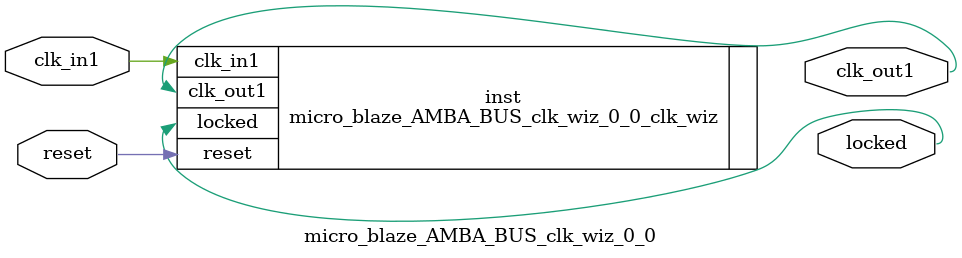
<source format=v>


`timescale 1ps/1ps

(* CORE_GENERATION_INFO = "micro_blaze_AMBA_BUS_clk_wiz_0_0,clk_wiz_v6_0_4_0_0,{component_name=micro_blaze_AMBA_BUS_clk_wiz_0_0,use_phase_alignment=true,use_min_o_jitter=false,use_max_i_jitter=false,use_dyn_phase_shift=false,use_inclk_switchover=false,use_dyn_reconfig=false,enable_axi=0,feedback_source=FDBK_AUTO,PRIMITIVE=MMCM,num_out_clk=1,clkin1_period=10.000,clkin2_period=10.000,use_power_down=false,use_reset=true,use_locked=true,use_inclk_stopped=false,feedback_type=SINGLE,CLOCK_MGR_TYPE=NA,manual_override=false}" *)

module micro_blaze_AMBA_BUS_clk_wiz_0_0 
 (
  // Clock out ports
  output        clk_out1,
  // Status and control signals
  input         reset,
  output        locked,
 // Clock in ports
  input         clk_in1
 );

  micro_blaze_AMBA_BUS_clk_wiz_0_0_clk_wiz inst
  (
  // Clock out ports  
  .clk_out1(clk_out1),
  // Status and control signals               
  .reset(reset), 
  .locked(locked),
 // Clock in ports
  .clk_in1(clk_in1)
  );

endmodule

</source>
